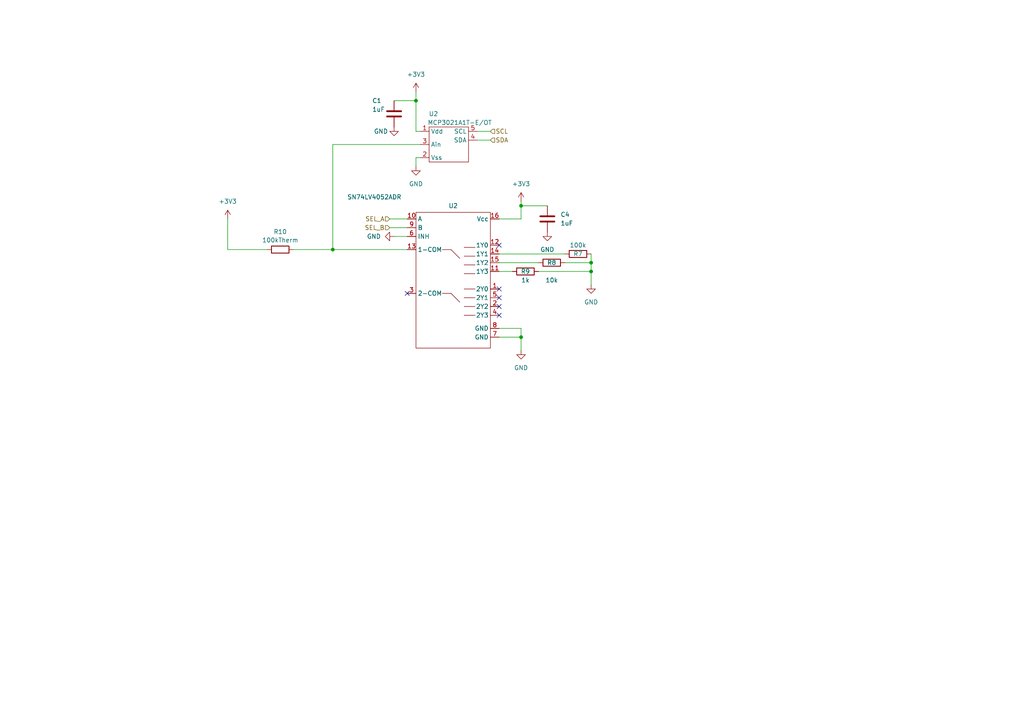
<source format=kicad_sch>
(kicad_sch (version 20230121) (generator eeschema)
  (paper "A4")
  (lib_symbols
    (symbol "Device:C" (pin_numbers hide) (pin_names (offset 0.254))
      (property "Reference" "C" (at 0.635 2.54 0))
      (property "Value" "C" (at 0.635 -2.54 0))
      (symbol "C_0_1"
        (polyline (pts (xy -2.032 -0.762) (xy 2.032 -0.762)) (stroke (width 0.508)))
        (polyline (pts (xy -2.032 0.762) (xy 2.032 0.762)) (stroke (width 0.508)))
      )
      (symbol "C_1_1"
        (pin passive line (at 0 3.81 270) (length 2.794) (name "~") (number "1"))
        (pin passive line (at 0 -3.81 90) (length 2.794) (name "~") (number "2"))
      )
    )
    (symbol "Device:R" (pin_numbers hide) (pin_names (offset 0))
      (property "Reference" "R" (at 2.032 0 90))
      (property "Value" "R" (at 0 0 90))
      (symbol "R_0_1"
        (rectangle (start -1.016 -2.54) (end 1.016 2.54) (stroke (width 0.254)))
      )
      (symbol "R_1_1"
        (pin passive line (at 0 3.81 270) (length 1.27) (name "~") (number "1"))
        (pin passive line (at 0 -3.81 90) (length 1.27) (name "~") (number "2"))
      )
    )
    (symbol "HPsym:MCP3021A1T-E/OT"
      (property "Reference" "U" (at -3.81 1.27 0))
      (symbol "MCP3021A1T-E/OT_0_0"
        (pin unspecified line (at -7.62 -1.27 0) (length 2.54) (name "Vdd") (number "1"))
        (pin unspecified line (at -7.62 -8.89 0) (length 2.54) (name "Vss") (number "2"))
        (pin unspecified line (at -7.62 -5.08 0) (length 2.54) (name "Ain") (number "3"))
        (pin unspecified line (at 8.89 -3.81 180) (length 2.54) (name "SDA") (number "4"))
        (pin unspecified line (at 8.89 -1.27 180) (length 2.54) (name "SCL") (number "5"))
      )
      (symbol "MCP3021A1T-E/OT_0_1"
        (rectangle (start -5.08 0) (end 6.35 -10.16))
      )
    )
    (symbol "HPsym:SN74LV4052ADR"
      (property "Reference" "U" (at -8.89 17.145 0))
      (symbol "SN74LV4052ADR_0_0"
        (pin unspecified line (at 13.97 -6.35 180) (length 2.54) (name "2Y0") (number "1"))
        (pin unspecified line (at -12.7 13.97 0) (length 2.54) (name "A") (number "10"))
        (pin unspecified line (at 13.97 -1.27 180) (length 2.54) (name "1Y3") (number "11"))
        (pin unspecified line (at 13.97 6.35 180) (length 2.54) (name "1Y0") (number "12"))
        (pin unspecified line (at -12.7 5.08 0) (length 2.54) (name "1-COM") (number "13"))
        (pin unspecified line (at 13.97 3.81 180) (length 2.54) (name "1Y1") (number "14"))
        (pin unspecified line (at 13.97 1.27 180) (length 2.54) (name "1Y2") (number "15"))
        (pin unspecified line (at 13.97 13.97 180) (length 2.54) (name "Vcc") (number "16"))
        (pin unspecified line (at 13.97 -11.43 180) (length 2.54) (name "2Y2") (number "2"))
        (pin unspecified line (at -12.7 -7.62 0) (length 2.54) (name "2-COM") (number "3"))
        (pin unspecified line (at 13.97 -13.97 180) (length 2.54) (name "2Y3") (number "4"))
        (pin unspecified line (at 13.97 -8.89 180) (length 2.54) (name "2Y1") (number "5"))
        (pin unspecified line (at -12.7 8.89 0) (length 2.54) (name "INH") (number "6"))
        (pin unspecified line (at 13.97 -20.32 180) (length 2.54) (name "GND") (number "7"))
        (pin unspecified line (at 13.97 -17.78 180) (length 2.54) (name "GND") (number "8"))
        (pin unspecified line (at -12.7 11.43 0) (length 2.54) (name "B") (number "9"))
      )
      (symbol "SN74LV4052ADR_0_1"
        (rectangle (start -10.16 15.875) (end 11.43 -23.495))
        (polyline (pts (xy -2.54 -7.62) (xy 0 -7.62)))
        (polyline (pts (xy -2.54 5.08) (xy 0 5.08)))
        (polyline (pts (xy 0 -7.62) (xy 2.54 -10.16)))
        (polyline (pts (xy 0 5.08) (xy 2.54 2.54)))
        (polyline (pts (xy 3.81 -13.97) (xy 6.985 -13.97)))
        (polyline (pts (xy 3.81 -11.43) (xy 6.985 -11.43)))
        (polyline (pts (xy 3.81 -8.89) (xy 6.985 -8.89)))
        (polyline (pts (xy 3.81 -6.35) (xy 6.985 -6.35)))
        (polyline (pts (xy 3.81 -1.905) (xy 6.985 -1.905)))
        (polyline (pts (xy 3.81 0.635) (xy 6.985 0.635)))
        (polyline (pts (xy 3.81 3.175) (xy 6.985 3.175)))
        (polyline (pts (xy 3.81 5.715) (xy 6.985 5.715)))
      )
    )
    (symbol "power:+3V3" (power) (pin_names (offset 0))
      (property "Value" "+3V3" (at 0 3.556 0))
      (symbol "+3V3_0_1"
        (polyline (pts (xy -0.762 1.27) (xy 0 2.54)))
        (polyline (pts (xy 0 0) (xy 0 2.54)))
        (polyline (pts (xy 0 2.54) (xy 0.762 1.27)))
      )
      (symbol "+3V3_1_1"
        (pin power_in line (at 0 0 90) (length 0) hide (name "+3V3") (number "1"))
      )
    )
    (symbol "power:GND" (power) (pin_names (offset 0))
      (property "Value" "GND" (at 0 -3.81 0))
      (symbol "GND_0_1"
        (polyline (pts (xy 0 0) (xy 0 -1.27) (xy 1.27 -1.27) (xy 0 -2.54) (xy -1.27 -1.27) (xy 0 -1.27)))
      )
      (symbol "GND_1_1"
        (pin power_in line (at 0 0 270) (length 0) hide (name "GND") (number "1"))
      )
    )
  )
  (junction (at 120.65 29.21))
  (junction (at 171.45 76.2))
  (junction (at 151.13 59.69))
  (junction (at 96.52 72.39))
  (junction (at 171.45 78.74))
  (junction (at 151.13 97.79))
  (no_connect (at 144.78 71.12))
  (no_connect (at 144.78 83.82))
  (no_connect (at 144.78 86.36))
  (no_connect (at 144.78 88.9))
  (no_connect (at 144.78 91.44))
  (no_connect (at 118.11 85.09))
  (wire (pts (xy 113.03 66.04) (xy 118.11 66.04)))
  (wire (pts (xy 144.78 76.2) (xy 156.21 76.2)))
  (wire (pts (xy 151.13 101.6) (xy 151.13 97.79)))
  (wire (pts (xy 66.04 63.5) (xy 66.04 72.39)))
  (wire (pts (xy 151.13 97.79) (xy 144.78 97.79)))
  (wire (pts (xy 121.92 41.91) (xy 96.52 41.91)))
  (wire (pts (xy 85.09 72.39) (xy 96.52 72.39)))
  (wire (pts (xy 138.43 40.64) (xy 142.24 40.64)))
  (wire (pts (xy 151.13 95.25) (xy 151.13 97.79)))
  (wire (pts (xy 120.65 48.26) (xy 120.65 45.72)))
  (wire (pts (xy 156.21 78.74) (xy 171.45 78.74)))
  (wire (pts (xy 151.13 63.5) (xy 144.78 63.5)))
  (wire (pts (xy 96.52 41.91) (xy 96.52 72.39)))
  (wire (pts (xy 163.83 76.2) (xy 171.45 76.2)))
  (wire (pts (xy 120.65 38.1) (xy 121.92 38.1)))
  (wire (pts (xy 120.65 26.67) (xy 120.65 29.21)))
  (wire (pts (xy 114.3 68.58) (xy 118.11 68.58)))
  (wire (pts (xy 171.45 78.74) (xy 171.45 82.55)))
  (wire (pts (xy 96.52 72.39) (xy 118.11 72.39)))
  (wire (pts (xy 171.45 73.66) (xy 171.45 76.2)))
  (wire (pts (xy 138.43 38.1) (xy 142.24 38.1)))
  (wire (pts (xy 151.13 59.69) (xy 151.13 63.5)))
  (wire (pts (xy 114.3 29.21) (xy 120.65 29.21)))
  (wire (pts (xy 66.04 72.39) (xy 77.47 72.39)))
  (wire (pts (xy 120.65 29.21) (xy 120.65 38.1)))
  (wire (pts (xy 120.65 45.72) (xy 121.92 45.72)))
  (wire (pts (xy 151.13 58.42) (xy 151.13 59.69)))
  (wire (pts (xy 144.78 73.66) (xy 163.83 73.66)))
  (wire (pts (xy 171.45 76.2) (xy 171.45 78.74)))
  (wire (pts (xy 151.13 59.69) (xy 158.75 59.69)))
  (wire (pts (xy 113.03 63.5) (xy 118.11 63.5)))
  (wire (pts (xy 144.78 95.25) (xy 151.13 95.25)))
  (wire (pts (xy 144.78 78.74) (xy 148.59 78.74)))
  (hierarchical_label "SEL_B" (shape input) (at 113.03 66.04 180))
  (hierarchical_label "SCL" (shape input) (at 142.24 38.1 0))
  (hierarchical_label "SEL_A" (shape input) (at 113.03 63.5 180))
  (hierarchical_label "SDA" (shape input) (at 142.24 40.64 0))
  (symbol (lib_id "Device:R") (at 81.28 72.39 90) (unit 1)
    (property "Reference" "R10" (at 81.28 67.2297 90))
    (property "Value" "100kTherm" (at 81.28 69.6539 90))
    (property "Footprint" "Resistor_SMD:R_0805_2012Metric_Pad1.20x1.40mm_HandSolder" (effects hide))
    (property "MPN" "104NT-4-R025H42G" (effects hide))
  )
  (symbol (lib_id "power:GND") (at 158.75 67.31 0) (unit 1)
    (property "Reference" "#PWR040" (effects hide))
    (property "Value" "GND" (at 158.75 72.39 0))
  )
  (symbol (lib_id "power:GND") (at 114.3 68.58 270) (unit 1)
    (property "Reference" "#PWR037" (effects hide))
    (property "Value" "GND" (at 110.49 68.58 90) (effects (justify right)))
  )
  (symbol (lib_id "Device:R") (at 152.4 78.74 90) (unit 1)
    (property "Reference" "R9" (at 152.4 78.74 90))
    (property "Value" "1k" (at 152.4 81.28 90))
    (property "Footprint" "Resistor_SMD:R_0805_2012Metric_Pad1.20x1.40mm_HandSolder" (effects hide))
    (property "Digikey PN" "RNCP0805FTD1K00CT-ND" (effects hide))
    (property "MPN" "RNCP0805FTD1K00" (effects hide))
  )
  (symbol (lib_id "Device:R") (at 160.02 76.2 90) (unit 1)
    (property "Reference" "R8" (at 160.02 76.2 90))
    (property "Value" "10k" (at 160.02 81.28 90))
    (property "Footprint" "Resistor_SMD:R_0805_2012Metric_Pad1.20x1.40mm_HandSolder" (effects hide))
    (property "Digikey PN" "RNCP0805FTD10K0CT-ND" (effects hide))
    (property "MPN" "RNCP0805FTD10K0" (effects hide))
  )
  (symbol (lib_id "HPsym:MCP3021A1T-E/OT") (at 129.54 36.83 0) (unit 1)
    (property "Reference" "U2" (at 125.73 33.02 0))
    (property "Value" "MCP3021A1T-E/OT" (at 133.35 35.56 0))
    (property "Footprint" "Package_TO_SOT_SMD:SOT-23-5" (effects hide))
    (property "Digikey PN" "MCP3021A1T-E/OTCT-ND" (effects hide))
    (property "MPN" "MCP3021A1T-E/OT" (effects hide))
  )
  (symbol (lib_id "power:+3V3") (at 66.04 63.5 0) (unit 1)
    (property "Reference" "#PWR018" (effects hide))
    (property "Value" "+3V3" (at 66.04 58.42 0))
  )
  (symbol (lib_id "Device:R") (at 167.64 73.66 90) (unit 1)
    (property "Reference" "R7" (at 167.64 73.66 90))
    (property "Value" "100k" (at 167.64 71.12 90))
    (property "Footprint" "Resistor_SMD:R_0805_2012Metric_Pad1.20x1.40mm_HandSolder" (effects hide))
    (property "Digikey PN" "RMCF0805FT100KCT-ND" (effects hide))
    (property "MPN" "RMCF0805FT100K" (effects hide))
  )
  (symbol (lib_id "HPsym:SN74LV4052ADR") (at 130.81 77.47 0) (unit 1)
    (property "Reference" "U2" (at 131.445 59.69 0))
    (property "Value" "SN74LV4052ADR" (at 108.585 57.15 0))
    (property "Footprint" "Package_SO:SOIC-16_3.9x9.9mm_P1.27mm" (effects hide))
    (property "Digikey PN" "296-16707-1-ND" (effects hide))
    (property "MPN" "SN74LV4052ADR" (effects hide))
    (instances (project "HPcontroller" (path "" (reference "U2") (unit 1)) (path "" (reference "U6") (unit 1))))
  )
  (symbol (lib_id "power:+3V3") (at 151.13 58.42 0) (unit 1)
    (property "Reference" "#PWR034" (effects hide))
    (property "Value" "+3V3" (at 151.13 53.34 0))
  )
  (symbol (lib_id "power:GND") (at 171.45 82.55 0) (unit 1)
    (property "Reference" "#PWR035" (effects hide))
    (property "Value" "GND" (at 171.45 87.63 0))
  )
  (symbol (lib_id "power:+3V3") (at 120.65 26.67 0) (unit 1)
    (property "Reference" "#PWR038" (effects hide))
    (property "Value" "+3V3" (at 120.65 21.59 0))
  )
  (symbol (lib_id "Device:C") (at 158.75 63.5 0) (unit 1)
    (property "Reference" "C4" (at 162.56 62.23 0) (effects (justify left)))
    (property "Value" "1uF" (at 162.56 64.77 0) (effects (justify left)))
    (property "Footprint" "Capacitor_SMD:C_0805_2012Metric_Pad1.18x1.45mm_HandSolder" (effects hide))
    (property "Digikey PN" "1276-1066-1-ND" (effects hide))
    (property "MPN" "CL21B105KAFNNNE" (effects hide))
  )
  (symbol (lib_id "power:GND") (at 114.3 36.83 0) (unit 1)
    (property "Reference" "#PWR041" (effects hide))
    (property "Value" "GND" (at 110.49 38.1 0))
  )
  (symbol (lib_id "power:GND") (at 151.13 101.6 0) (unit 1)
    (property "Reference" "#PWR033" (effects hide))
    (property "Value" "GND" (at 151.13 106.68 0))
  )
  (symbol (lib_id "Device:C") (at 114.3 33.02 0) (unit 1)
    (property "Reference" "C1" (at 107.95 29.21 0) (effects (justify left)))
    (property "Value" "1uF" (at 107.95 31.75 0) (effects (justify left)))
    (property "Footprint" "Capacitor_SMD:C_0805_2012Metric_Pad1.18x1.45mm_HandSolder" (effects hide))
    (property "Digikey PN" "1276-1066-1-ND" (effects hide))
    (property "MPN" "CL21B105KAFNNNE" (effects hide))
  )
  (symbol (lib_id "power:GND") (at 120.65 48.26 0) (unit 1)
    (property "Reference" "#PWR036" (effects hide))
    (property "Value" "GND" (at 120.65 53.34 0))
  )
)
</source>
